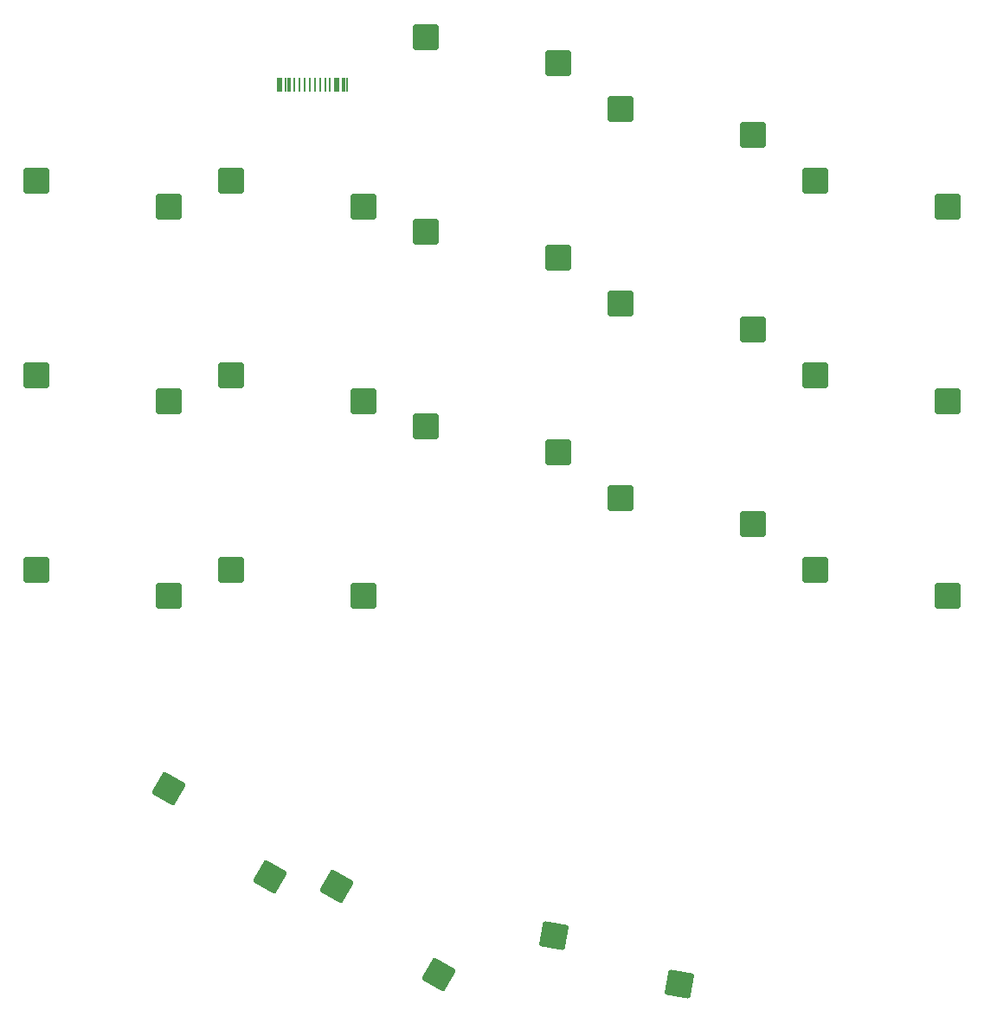
<source format=gbr>
%TF.GenerationSoftware,KiCad,Pcbnew,7.0.9-7.0.9~ubuntu22.04.1*%
%TF.CreationDate,2023-11-28T13:06:28+03:00*%
%TF.ProjectId,Keeb,4b656562-2e6b-4696-9361-645f70636258,rev?*%
%TF.SameCoordinates,Original*%
%TF.FileFunction,Paste,Top*%
%TF.FilePolarity,Positive*%
%FSLAX46Y46*%
G04 Gerber Fmt 4.6, Leading zero omitted, Abs format (unit mm)*
G04 Created by KiCad (PCBNEW 7.0.9-7.0.9~ubuntu22.04.1) date 2023-11-28 13:06:28*
%MOMM*%
%LPD*%
G01*
G04 APERTURE LIST*
G04 Aperture macros list*
%AMRoundRect*
0 Rectangle with rounded corners*
0 $1 Rounding radius*
0 $2 $3 $4 $5 $6 $7 $8 $9 X,Y pos of 4 corners*
0 Add a 4 corners polygon primitive as box body*
4,1,4,$2,$3,$4,$5,$6,$7,$8,$9,$2,$3,0*
0 Add four circle primitives for the rounded corners*
1,1,$1+$1,$2,$3*
1,1,$1+$1,$4,$5*
1,1,$1+$1,$6,$7*
1,1,$1+$1,$8,$9*
0 Add four rect primitives between the rounded corners*
20,1,$1+$1,$2,$3,$4,$5,0*
20,1,$1+$1,$4,$5,$6,$7,0*
20,1,$1+$1,$6,$7,$8,$9,0*
20,1,$1+$1,$8,$9,$2,$3,0*%
G04 Aperture macros list end*
%ADD10R,0.250000X1.450000*%
%ADD11R,0.300000X1.450000*%
%ADD12RoundRect,0.250000X1.025000X1.000000X-1.025000X1.000000X-1.025000X-1.000000X1.025000X-1.000000X0*%
%ADD13RoundRect,0.250000X1.387676X0.353525X-0.387676X1.378525X-1.387676X-0.353525X0.387676X-1.378525X0*%
%ADD14RoundRect,0.250000X1.183076X0.806818X-0.835780X1.162797X-1.183076X-0.806818X0.835780X-1.162797X0*%
G04 APERTURE END LIST*
D10*
%TO.C,J1*%
X136640000Y-41140000D03*
X135840000Y-41140000D03*
X134515000Y-41140000D03*
X133515000Y-41140000D03*
X133015000Y-41140000D03*
X132015000Y-41140000D03*
X130690000Y-41140000D03*
X129890000Y-41140000D03*
D11*
X130165000Y-41140000D03*
X130965000Y-41140000D03*
D10*
X131515000Y-41140000D03*
X132515000Y-41140000D03*
X134015000Y-41140000D03*
X135015000Y-41140000D03*
D11*
X135565000Y-41140000D03*
X136365000Y-41140000D03*
%TD*%
D12*
%TO.C,SW3*%
X195410000Y-53077944D03*
X182483000Y-50537944D03*
%TD*%
%TO.C,SW4*%
X195410000Y-72127944D03*
X182483000Y-69587944D03*
%TD*%
%TO.C,SW5*%
X195410000Y-91177944D03*
X182483000Y-88637944D03*
%TD*%
%TO.C,SW6*%
X176360000Y-46027944D03*
X163433000Y-43487944D03*
%TD*%
%TO.C,SW7*%
X176360000Y-65077944D03*
X163433000Y-62537944D03*
%TD*%
%TO.C,SW8*%
X176360000Y-84127944D03*
X163433000Y-81587944D03*
%TD*%
%TO.C,SW9*%
X157310000Y-38977944D03*
X144383000Y-36437944D03*
%TD*%
%TO.C,SW10*%
X157310000Y-58027944D03*
X144383000Y-55487944D03*
%TD*%
%TO.C,SW11*%
X157310000Y-77077944D03*
X144383000Y-74537944D03*
%TD*%
%TO.C,SW13*%
X138260000Y-53077944D03*
X125333000Y-50537944D03*
%TD*%
%TO.C,SW14*%
X138260000Y-72127944D03*
X125333000Y-69587944D03*
%TD*%
%TO.C,SW15*%
X138260000Y-91177944D03*
X125333000Y-88637944D03*
%TD*%
D13*
%TO.C,SW16*%
X145618147Y-128250306D03*
X135693037Y-119587102D03*
%TD*%
D12*
%TO.C,SW17*%
X119210000Y-53077944D03*
X106283000Y-50537944D03*
%TD*%
%TO.C,SW18*%
X119210000Y-72127944D03*
X106283000Y-69587944D03*
%TD*%
%TO.C,SW19*%
X119210000Y-91177944D03*
X106283000Y-88637944D03*
%TD*%
D13*
%TO.C,SW20*%
X129120363Y-118725306D03*
X119195253Y-110062102D03*
%TD*%
D14*
%TO.C,SW1*%
X169215606Y-129196753D03*
X156926063Y-124450591D03*
%TD*%
M02*

</source>
